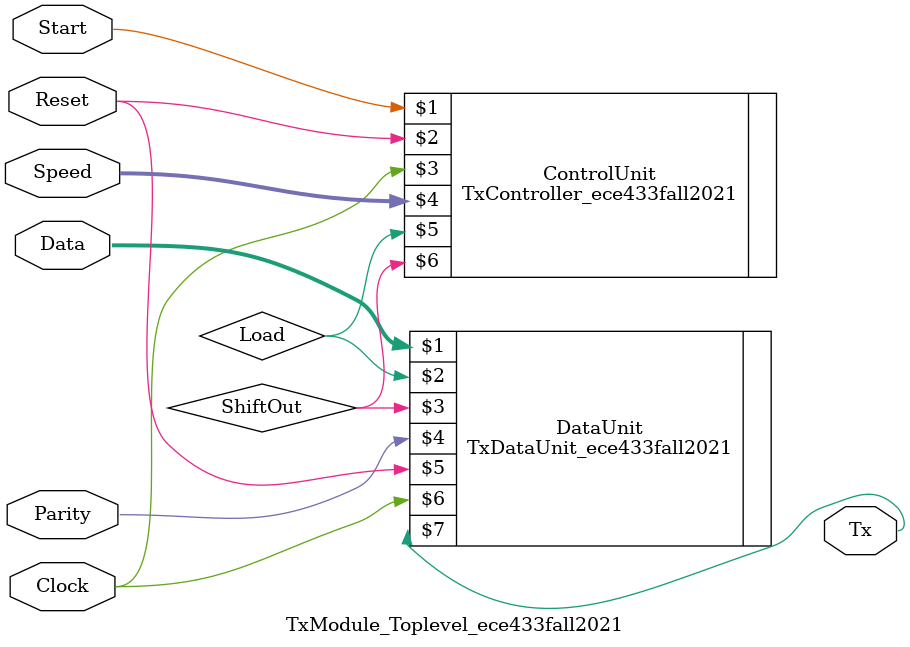
<source format=v>
`timescale 1ns / 1ps

// TxModule_Toplevel_ece433fall2021.v
//uart transmission unit with data unit and controller

module TxModule_Toplevel_ece433fall2021(input Start, Parity, Reset, Clock,
input [8:0] Data,
input [3:0] Speed,	//baud in the number of clock cycles
output Tx);

wire Load, ShiftOut;

//module TxController_ece433fall2021(input Start, Reset, Clock,
//input [3:0] Speed,
//output reg Load, ShiftOut,
//reg [4:0] BitCount);


TxController_ece433fall2021 ControlUnit(Start, Reset, Clock, Speed, Load, ShiftOut);

//module TxDataUnit_ece433fall2021 #(parameter DataLength=9)(
//input [DataLength-1:0] Data,
//input Load, ShiftOut, Parity, Reset, Clock,
//output Tx);

TxDataUnit_ece433fall2021 DataUnit(Data, Load, ShiftOut, Parity, Reset, Clock, Tx);

endmodule

</source>
